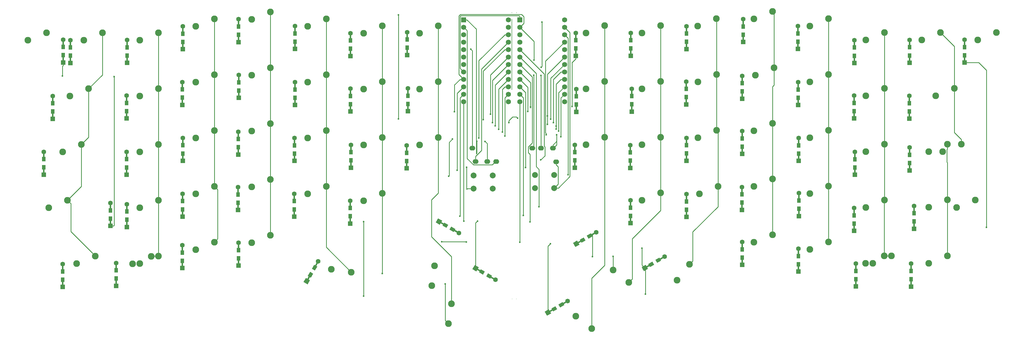
<source format=gbr>
G04 #@! TF.GenerationSoftware,KiCad,Pcbnew,(5.1.0)-1*
G04 #@! TF.CreationDate,2019-07-24T21:38:21-04:00*
G04 #@! TF.ProjectId,ogre,6f677265-2e6b-4696-9361-645f70636258,1.0*
G04 #@! TF.SameCoordinates,Original*
G04 #@! TF.FileFunction,Copper,L2,Bot*
G04 #@! TF.FilePolarity,Positive*
%FSLAX46Y46*%
G04 Gerber Fmt 4.6, Leading zero omitted, Abs format (unit mm)*
G04 Created by KiCad (PCBNEW (5.1.0)-1) date 2019-07-24 21:38:21*
%MOMM*%
%LPD*%
G04 APERTURE LIST*
%ADD10C,0.200000*%
%ADD11C,2.286000*%
%ADD12O,2.000000X1.600000*%
%ADD13C,1.752600*%
%ADD14R,1.752600X1.752600*%
%ADD15C,2.000000*%
%ADD16R,0.500000X2.900000*%
%ADD17R,1.600000X1.600000*%
%ADD18C,1.600000*%
%ADD19R,1.200000X1.600000*%
%ADD20C,0.500000*%
%ADD21C,0.100000*%
%ADD22C,1.200000*%
%ADD23C,0.600000*%
%ADD24C,0.250000*%
G04 APERTURE END LIST*
D10*
X201007594Y-38396334D02*
X201007594Y-30282445D01*
X201007594Y-54271334D02*
X201007594Y-38396334D01*
X201007594Y-40865779D02*
X201007594Y-40865779D01*
X201007594Y-30282445D02*
X201007594Y-30282445D01*
X201007594Y-54271334D02*
X201007594Y-54271334D01*
X201007594Y-54271334D02*
X201007594Y-54271334D01*
X202492913Y-125674004D02*
X202492913Y-125674004D01*
X201041446Y-125674004D02*
X201041446Y-125674004D01*
X201007594Y-28013226D02*
X201007594Y-28013226D01*
X202558128Y-28019944D02*
X202558128Y-28019944D01*
X201007594Y-28013226D02*
X201007594Y-28013226D01*
X202558128Y-27960311D02*
X202558128Y-27960311D01*
X201007594Y-27967030D02*
X201007594Y-27967030D01*
X202558128Y-27960311D02*
X202558128Y-27960311D01*
D11*
X245243000Y-73052000D03*
X251593000Y-70512000D03*
X50570000Y-56470000D03*
X56920000Y-53930000D03*
D12*
X210930000Y-74290000D03*
X207930000Y-74290000D03*
X214930000Y-74290000D03*
X216030000Y-78890000D03*
X192630000Y-78840000D03*
X195630000Y-78840000D03*
X188630000Y-78840000D03*
X187530000Y-74240000D03*
D11*
X342900000Y-75430000D03*
X349250000Y-72890000D03*
X169540000Y-54095000D03*
X175890000Y-51555000D03*
D13*
X199820000Y-30480000D03*
X184580000Y-58420000D03*
X199820000Y-33020000D03*
X199820000Y-35560000D03*
X199820000Y-38100000D03*
X199820000Y-40640000D03*
X199820000Y-43180000D03*
X199820000Y-45720000D03*
X199820000Y-48260000D03*
X199820000Y-50800000D03*
X199820000Y-53340000D03*
X199820000Y-55880000D03*
X199820000Y-58420000D03*
X184580000Y-55880000D03*
X184580000Y-53340000D03*
X184580000Y-50800000D03*
X184580000Y-48260000D03*
X184580000Y-45720000D03*
X184580000Y-43180000D03*
X184580000Y-40640000D03*
X184580000Y-38100000D03*
X184580000Y-35560000D03*
X184580000Y-33020000D03*
D14*
X184580000Y-30480000D03*
D11*
X48096000Y-75526000D03*
X54446000Y-72986000D03*
X179415295Y-134149557D03*
X180390591Y-127380295D03*
X174674705Y-114420443D03*
X173699409Y-121189705D03*
X93340000Y-32665000D03*
X99690000Y-30125000D03*
X74290000Y-37426000D03*
X80640000Y-34886000D03*
X55240000Y-37426000D03*
X61590000Y-34886000D03*
X36190000Y-37456000D03*
X42540000Y-34916000D03*
D13*
X218910000Y-30480000D03*
X203670000Y-58420000D03*
X218910000Y-33020000D03*
X218910000Y-35560000D03*
X218910000Y-38100000D03*
X218910000Y-40640000D03*
X218910000Y-43180000D03*
X218910000Y-45720000D03*
X218910000Y-48260000D03*
X218910000Y-50800000D03*
X218910000Y-53340000D03*
X218910000Y-55880000D03*
X218910000Y-58420000D03*
X203670000Y-55880000D03*
X203670000Y-53340000D03*
X203670000Y-50800000D03*
X203670000Y-48260000D03*
X203670000Y-45720000D03*
X203670000Y-43180000D03*
X203670000Y-40640000D03*
X203670000Y-38100000D03*
X203670000Y-35560000D03*
X203670000Y-33020000D03*
D14*
X203670000Y-30480000D03*
D15*
X215380000Y-83400000D03*
X215380000Y-87900000D03*
X208880000Y-83400000D03*
X208880000Y-87900000D03*
X194490000Y-83540000D03*
X194490000Y-88040000D03*
X187990000Y-83540000D03*
X187990000Y-88040000D03*
D11*
X71860000Y-113720000D03*
X78210000Y-111180000D03*
X323850000Y-113580000D03*
X330200000Y-111040000D03*
X342880000Y-94420000D03*
X349230000Y-91880000D03*
X359543000Y-37338000D03*
X365893000Y-34798000D03*
X352404000Y-94472000D03*
X358754000Y-91932000D03*
X321443000Y-94494000D03*
X327793000Y-91954000D03*
X74290000Y-94576000D03*
X80640000Y-92036000D03*
X43360000Y-94576000D03*
X49710000Y-92036000D03*
X112390000Y-30283000D03*
X118740000Y-27743000D03*
X131440000Y-32664000D03*
X137790000Y-30124000D03*
X150490000Y-35045000D03*
X156840000Y-32505000D03*
X169540000Y-35045000D03*
X175890000Y-32505000D03*
X226193000Y-34957000D03*
X232543000Y-32417000D03*
X245243000Y-34957000D03*
X251593000Y-32417000D03*
X264240000Y-32588000D03*
X270590000Y-30048000D03*
X283343000Y-30184000D03*
X289693000Y-27644000D03*
X302393000Y-32588000D03*
X308743000Y-30048000D03*
X321443000Y-37338000D03*
X327793000Y-34798000D03*
X340493000Y-37338000D03*
X346843000Y-34798000D03*
X74290000Y-56476000D03*
X80640000Y-53936000D03*
X93340000Y-51714000D03*
X99690000Y-49174000D03*
X112390000Y-49333000D03*
X118740000Y-46793000D03*
X131440000Y-51714000D03*
X137790000Y-49174000D03*
X150490000Y-54095000D03*
X156840000Y-51555000D03*
X226193000Y-54015000D03*
X232543000Y-51475000D03*
X245243000Y-54004000D03*
X251593000Y-51464000D03*
X264293000Y-51623000D03*
X270643000Y-49083000D03*
X283840000Y-49333000D03*
X290190000Y-46793000D03*
X302393000Y-51634000D03*
X308743000Y-49094000D03*
X321443000Y-56400000D03*
X327793000Y-53860000D03*
X345256000Y-56385000D03*
X351606000Y-53845000D03*
X74290000Y-75526000D03*
X80640000Y-72986000D03*
X93340000Y-70764000D03*
X99690000Y-68224000D03*
X112390000Y-68383000D03*
X118740000Y-65843000D03*
X131440000Y-70764000D03*
X137790000Y-68224000D03*
X150490000Y-73145000D03*
X156840000Y-70605000D03*
X169540000Y-73145000D03*
X175890000Y-70605000D03*
X226193000Y-73060000D03*
X232543000Y-70520000D03*
X264293000Y-70671000D03*
X270643000Y-68131000D03*
X283343000Y-68309000D03*
X289693000Y-65769000D03*
X302393000Y-70677000D03*
X308743000Y-68137000D03*
X321443000Y-75438000D03*
X327793000Y-72898000D03*
X347637000Y-75430000D03*
X353987000Y-72890000D03*
X93340000Y-89814000D03*
X99690000Y-87274000D03*
X112390000Y-87433000D03*
X118740000Y-84893000D03*
X131440000Y-89814000D03*
X137790000Y-87274000D03*
X150490000Y-92195000D03*
X156840000Y-89655000D03*
X245243000Y-92076000D03*
X251593000Y-89536000D03*
X264790000Y-89814000D03*
X271140000Y-87274000D03*
X283343000Y-87338000D03*
X289693000Y-84798000D03*
X302393000Y-89720000D03*
X308743000Y-87180000D03*
X52858000Y-113626000D03*
X59208000Y-111086000D03*
X74290000Y-113626000D03*
X80640000Y-111086000D03*
X93340000Y-108864000D03*
X99690000Y-106324000D03*
X112390000Y-106483000D03*
X118740000Y-103943000D03*
X139550443Y-115615295D03*
X146319705Y-116590591D03*
X222784705Y-131580443D03*
X228159409Y-135809705D03*
X235434705Y-115800443D03*
X240809409Y-120029705D03*
X257210443Y-119285295D03*
X261439705Y-113910591D03*
X283343000Y-106391000D03*
X289693000Y-103851000D03*
X302393000Y-108784000D03*
X308743000Y-106244000D03*
X321374000Y-113535000D03*
X327724000Y-110995000D03*
X342875000Y-113550000D03*
X349225000Y-111010000D03*
D16*
X64360000Y-99400000D03*
X64360000Y-94400000D03*
D17*
X64360000Y-100800000D03*
D18*
X64360000Y-93000000D03*
D19*
X64360000Y-95500000D03*
X64360000Y-98300000D03*
D20*
X189844936Y-115940000D03*
D21*
G36*
X191225673Y-116448494D02*
G01*
X190975673Y-116881506D01*
X188464199Y-115431506D01*
X188714199Y-114998494D01*
X191225673Y-116448494D01*
X191225673Y-116448494D01*
G37*
D20*
X194175064Y-118440000D03*
D21*
G36*
X195555801Y-118948494D02*
G01*
X195305801Y-119381506D01*
X192794327Y-117931506D01*
X193044327Y-117498494D01*
X195555801Y-118948494D01*
X195555801Y-118948494D01*
G37*
D18*
X188632501Y-115240000D03*
D21*
G36*
X189725321Y-114947180D02*
G01*
X188925321Y-116332820D01*
X187539681Y-115532820D01*
X188339681Y-114147180D01*
X189725321Y-114947180D01*
X189725321Y-114947180D01*
G37*
D18*
X195387499Y-119140000D03*
D22*
X193222436Y-117890000D03*
D21*
G36*
X194215256Y-117770385D02*
G01*
X193615256Y-118809615D01*
X192229616Y-118009615D01*
X192829616Y-116970385D01*
X194215256Y-117770385D01*
X194215256Y-117770385D01*
G37*
D22*
X190797564Y-116490000D03*
D21*
G36*
X191790384Y-116370385D02*
G01*
X191190384Y-117409615D01*
X189804744Y-116609615D01*
X190404744Y-115570385D01*
X191790384Y-116370385D01*
X191790384Y-116370385D01*
G37*
D20*
X131870000Y-118415064D03*
D21*
G36*
X132378494Y-117034327D02*
G01*
X132811506Y-117284327D01*
X131361506Y-119795801D01*
X130928494Y-119545801D01*
X132378494Y-117034327D01*
X132378494Y-117034327D01*
G37*
D20*
X134370000Y-114084936D03*
D21*
G36*
X134878494Y-112704199D02*
G01*
X135311506Y-112954199D01*
X133861506Y-115465673D01*
X133428494Y-115215673D01*
X134878494Y-112704199D01*
X134878494Y-112704199D01*
G37*
D18*
X131170000Y-119627499D03*
D21*
G36*
X130877180Y-118534679D02*
G01*
X132262820Y-119334679D01*
X131462820Y-120720319D01*
X130077180Y-119920319D01*
X130877180Y-118534679D01*
X130877180Y-118534679D01*
G37*
D18*
X135070000Y-112872501D03*
D22*
X133820000Y-115037564D03*
D21*
G36*
X133700385Y-114044744D02*
G01*
X134739615Y-114644744D01*
X133939615Y-116030384D01*
X132900385Y-115430384D01*
X133700385Y-114044744D01*
X133700385Y-114044744D01*
G37*
D22*
X132420000Y-117462436D03*
D21*
G36*
X132300385Y-116469616D02*
G01*
X133339615Y-117069616D01*
X132539615Y-118455256D01*
X131500385Y-117855256D01*
X132300385Y-116469616D01*
X132300385Y-116469616D01*
G37*
D16*
X50710000Y-43820000D03*
X50710000Y-38820000D03*
D17*
X50710000Y-45220000D03*
D18*
X50710000Y-37420000D03*
D19*
X50710000Y-39920000D03*
X50710000Y-42720000D03*
D16*
X69990000Y-43780000D03*
X69990000Y-38780000D03*
D17*
X69990000Y-45180000D03*
D18*
X69990000Y-37380000D03*
D19*
X69990000Y-39880000D03*
X69990000Y-42680000D03*
D16*
X88950000Y-39100000D03*
X88950000Y-34100000D03*
D17*
X88950000Y-40500000D03*
D18*
X88950000Y-32700000D03*
D19*
X88950000Y-35200000D03*
X88950000Y-38000000D03*
D16*
X107980000Y-36680000D03*
X107980000Y-31680000D03*
D17*
X107980000Y-38080000D03*
D18*
X107980000Y-30280000D03*
D19*
X107980000Y-32780000D03*
X107980000Y-35580000D03*
D16*
X127130000Y-39010000D03*
X127130000Y-34010000D03*
D17*
X127130000Y-40410000D03*
D18*
X127130000Y-32610000D03*
D19*
X127130000Y-35110000D03*
X127130000Y-37910000D03*
D16*
X146030000Y-41450000D03*
X146030000Y-36450000D03*
D17*
X146030000Y-42850000D03*
D18*
X146030000Y-35050000D03*
D19*
X146030000Y-37550000D03*
X146030000Y-40350000D03*
D16*
X165340000Y-41090000D03*
X165340000Y-36090000D03*
D17*
X165340000Y-42490000D03*
D18*
X165340000Y-34690000D03*
D19*
X165340000Y-37190000D03*
X165340000Y-39990000D03*
D16*
X222760000Y-41350000D03*
X222760000Y-36350000D03*
D17*
X222760000Y-42750000D03*
D18*
X222760000Y-34950000D03*
D19*
X222760000Y-37450000D03*
X222760000Y-40250000D03*
D16*
X241460000Y-41350000D03*
X241460000Y-36350000D03*
D17*
X241460000Y-42750000D03*
D18*
X241460000Y-34950000D03*
D19*
X241460000Y-37450000D03*
X241460000Y-40250000D03*
D16*
X260400000Y-39060000D03*
X260400000Y-34060000D03*
D17*
X260400000Y-40460000D03*
D18*
X260400000Y-32660000D03*
D19*
X260400000Y-35160000D03*
X260400000Y-37960000D03*
D16*
X279730000Y-36670000D03*
X279730000Y-31670000D03*
D17*
X279730000Y-38070000D03*
D18*
X279730000Y-30270000D03*
D19*
X279730000Y-32770000D03*
X279730000Y-35570000D03*
D16*
X317560000Y-43830000D03*
X317560000Y-38830000D03*
D17*
X317560000Y-45230000D03*
D18*
X317560000Y-37430000D03*
D19*
X317560000Y-39930000D03*
X317560000Y-42730000D03*
D16*
X336360000Y-43750000D03*
X336360000Y-38750000D03*
D17*
X336360000Y-45150000D03*
D18*
X336360000Y-37350000D03*
D19*
X336360000Y-39850000D03*
X336360000Y-42650000D03*
D16*
X44660000Y-62870000D03*
X44660000Y-57870000D03*
D17*
X44660000Y-64270000D03*
D18*
X44660000Y-56470000D03*
D19*
X44660000Y-58970000D03*
X44660000Y-61770000D03*
D16*
X69840000Y-62740000D03*
X69840000Y-57740000D03*
D17*
X69840000Y-64140000D03*
D18*
X69840000Y-56340000D03*
D19*
X69840000Y-58840000D03*
X69840000Y-61640000D03*
D16*
X88840000Y-58120000D03*
X88840000Y-53120000D03*
D17*
X88840000Y-59520000D03*
D18*
X88840000Y-51720000D03*
D19*
X88840000Y-54220000D03*
X88840000Y-57020000D03*
D16*
X108020000Y-55710000D03*
X108020000Y-50710000D03*
D17*
X108020000Y-57110000D03*
D18*
X108020000Y-49310000D03*
D19*
X108020000Y-51810000D03*
X108020000Y-54610000D03*
D16*
X127130000Y-58170000D03*
X127130000Y-53170000D03*
D17*
X127130000Y-59570000D03*
D18*
X127130000Y-51770000D03*
D19*
X127130000Y-54270000D03*
X127130000Y-57070000D03*
D16*
X146030000Y-60360000D03*
X146030000Y-55360000D03*
D17*
X146030000Y-61760000D03*
D18*
X146030000Y-53960000D03*
D19*
X146030000Y-56460000D03*
X146030000Y-59260000D03*
D16*
X165640000Y-60290000D03*
X165640000Y-55290000D03*
D17*
X165640000Y-61690000D03*
D18*
X165640000Y-53890000D03*
D19*
X165640000Y-56390000D03*
X165640000Y-59190000D03*
D16*
X222950000Y-60480000D03*
X222950000Y-55480000D03*
D17*
X222950000Y-61880000D03*
D18*
X222950000Y-54080000D03*
D19*
X222950000Y-56580000D03*
X222950000Y-59380000D03*
D16*
X241770000Y-60390000D03*
X241770000Y-55390000D03*
D17*
X241770000Y-61790000D03*
D18*
X241770000Y-53990000D03*
D19*
X241770000Y-56490000D03*
X241770000Y-59290000D03*
D16*
X260360000Y-57950000D03*
X260360000Y-52950000D03*
D17*
X260360000Y-59350000D03*
D18*
X260360000Y-51550000D03*
D19*
X260360000Y-54050000D03*
X260360000Y-56850000D03*
D16*
X279420000Y-56010000D03*
X279420000Y-51010000D03*
D17*
X279420000Y-57410000D03*
D18*
X279420000Y-49610000D03*
D19*
X279420000Y-52110000D03*
X279420000Y-54910000D03*
D16*
X298420000Y-58170000D03*
X298420000Y-53170000D03*
D17*
X298420000Y-59570000D03*
D18*
X298420000Y-51770000D03*
D19*
X298420000Y-54270000D03*
X298420000Y-57070000D03*
D16*
X317500000Y-62740000D03*
X317500000Y-57740000D03*
D17*
X317500000Y-64140000D03*
D18*
X317500000Y-56340000D03*
D19*
X317500000Y-58840000D03*
X317500000Y-61640000D03*
D16*
X336330000Y-62810000D03*
X336330000Y-57810000D03*
D17*
X336330000Y-64210000D03*
D18*
X336330000Y-56410000D03*
D19*
X336330000Y-58910000D03*
X336330000Y-61710000D03*
D16*
X41630000Y-81920000D03*
X41630000Y-76920000D03*
D17*
X41630000Y-83320000D03*
D18*
X41630000Y-75520000D03*
D19*
X41630000Y-78020000D03*
X41630000Y-80820000D03*
D16*
X69880000Y-81930000D03*
X69880000Y-76930000D03*
D17*
X69880000Y-83330000D03*
D18*
X69880000Y-75530000D03*
D19*
X69880000Y-78030000D03*
X69880000Y-80830000D03*
D16*
X88950000Y-77190000D03*
X88950000Y-72190000D03*
D17*
X88950000Y-78590000D03*
D18*
X88950000Y-70790000D03*
D19*
X88950000Y-73290000D03*
X88950000Y-76090000D03*
D16*
X107830000Y-75060000D03*
X107830000Y-70060000D03*
D17*
X107830000Y-76460000D03*
D18*
X107830000Y-68660000D03*
D19*
X107830000Y-71160000D03*
X107830000Y-73960000D03*
D16*
X126960000Y-77210000D03*
X126960000Y-72210000D03*
D17*
X126960000Y-78610000D03*
D18*
X126960000Y-70810000D03*
D19*
X126960000Y-73310000D03*
X126960000Y-76110000D03*
D16*
X146240000Y-79530000D03*
X146240000Y-74530000D03*
D17*
X146240000Y-80930000D03*
D18*
X146240000Y-73130000D03*
D19*
X146240000Y-75630000D03*
X146240000Y-78430000D03*
D16*
X165150000Y-79740000D03*
X165150000Y-74740000D03*
D17*
X165150000Y-81140000D03*
D18*
X165150000Y-73340000D03*
D19*
X165150000Y-75840000D03*
X165150000Y-78640000D03*
D16*
X222370000Y-79530000D03*
X222370000Y-74530000D03*
D17*
X222370000Y-80930000D03*
D18*
X222370000Y-73130000D03*
D19*
X222370000Y-75630000D03*
X222370000Y-78430000D03*
D16*
X241280000Y-79620000D03*
X241280000Y-74620000D03*
D17*
X241280000Y-81020000D03*
D18*
X241280000Y-73220000D03*
D19*
X241280000Y-75720000D03*
X241280000Y-78520000D03*
D16*
X260410000Y-77170000D03*
X260410000Y-72170000D03*
D17*
X260410000Y-78570000D03*
D18*
X260410000Y-70770000D03*
D19*
X260410000Y-73270000D03*
X260410000Y-76070000D03*
D16*
X279400000Y-74840000D03*
X279400000Y-69840000D03*
D17*
X279400000Y-76240000D03*
D18*
X279400000Y-68440000D03*
D19*
X279400000Y-70940000D03*
X279400000Y-73740000D03*
D16*
X298630000Y-77200000D03*
X298630000Y-72200000D03*
D17*
X298630000Y-78600000D03*
D18*
X298630000Y-70800000D03*
D19*
X298630000Y-73300000D03*
X298630000Y-76100000D03*
D16*
X317780000Y-81960000D03*
X317780000Y-76960000D03*
D17*
X317780000Y-83360000D03*
D18*
X317780000Y-75560000D03*
D19*
X317780000Y-78060000D03*
X317780000Y-80860000D03*
D16*
X336350000Y-80450000D03*
X336350000Y-75450000D03*
D17*
X336350000Y-81850000D03*
D18*
X336350000Y-74050000D03*
D19*
X336350000Y-76550000D03*
X336350000Y-79350000D03*
D16*
X69890000Y-99760000D03*
X69890000Y-94760000D03*
D17*
X69890000Y-101160000D03*
D18*
X69890000Y-93360000D03*
D19*
X69890000Y-95860000D03*
X69890000Y-98660000D03*
D16*
X88880000Y-96240000D03*
X88880000Y-91240000D03*
D17*
X88880000Y-97640000D03*
D18*
X88880000Y-89840000D03*
D19*
X88880000Y-92340000D03*
X88880000Y-95140000D03*
D16*
X107780000Y-93980000D03*
X107780000Y-88980000D03*
D17*
X107780000Y-95380000D03*
D18*
X107780000Y-87580000D03*
D19*
X107780000Y-90080000D03*
X107780000Y-92880000D03*
D16*
X126940000Y-96240000D03*
X126940000Y-91240000D03*
D17*
X126940000Y-97640000D03*
D18*
X126940000Y-89840000D03*
D19*
X126940000Y-92340000D03*
X126940000Y-95140000D03*
D16*
X145960000Y-98580000D03*
X145960000Y-93580000D03*
D17*
X145960000Y-99980000D03*
D18*
X145960000Y-92180000D03*
D19*
X145960000Y-94680000D03*
X145960000Y-97480000D03*
D16*
X48280000Y-43650000D03*
X48280000Y-38650000D03*
D17*
X48280000Y-45050000D03*
D18*
X48280000Y-37250000D03*
D19*
X48280000Y-39750000D03*
X48280000Y-42550000D03*
D16*
X355090000Y-43680000D03*
X355090000Y-38680000D03*
D17*
X355090000Y-45080000D03*
D18*
X355090000Y-37280000D03*
D19*
X355090000Y-39780000D03*
X355090000Y-42580000D03*
D16*
X241350000Y-98450000D03*
X241350000Y-93450000D03*
D17*
X241350000Y-99850000D03*
D18*
X241350000Y-92050000D03*
D19*
X241350000Y-94550000D03*
X241350000Y-97350000D03*
D16*
X260410000Y-96340000D03*
X260410000Y-91340000D03*
D17*
X260410000Y-97740000D03*
D18*
X260410000Y-89940000D03*
D19*
X260410000Y-92440000D03*
X260410000Y-95240000D03*
D16*
X279330000Y-93950000D03*
X279330000Y-88950000D03*
D17*
X279330000Y-95350000D03*
D18*
X279330000Y-87550000D03*
D19*
X279330000Y-90050000D03*
X279330000Y-92850000D03*
D16*
X298690000Y-96030000D03*
X298690000Y-91030000D03*
D17*
X298690000Y-97430000D03*
D18*
X298690000Y-89630000D03*
D19*
X298690000Y-92130000D03*
X298690000Y-94930000D03*
D16*
X317470000Y-101090000D03*
X317470000Y-96090000D03*
D17*
X317470000Y-102490000D03*
D18*
X317470000Y-94690000D03*
D19*
X317470000Y-97190000D03*
X317470000Y-99990000D03*
D16*
X337900000Y-100370000D03*
X337900000Y-95370000D03*
D17*
X337900000Y-101770000D03*
D18*
X337900000Y-93970000D03*
D19*
X337900000Y-96470000D03*
X337900000Y-99270000D03*
D16*
X48100000Y-120230000D03*
X48100000Y-115230000D03*
D17*
X48100000Y-121630000D03*
D18*
X48100000Y-113830000D03*
D19*
X48100000Y-116330000D03*
X48100000Y-119130000D03*
D16*
X66260000Y-119840000D03*
X66260000Y-114840000D03*
D17*
X66260000Y-121240000D03*
D18*
X66260000Y-113440000D03*
D19*
X66260000Y-115940000D03*
X66260000Y-118740000D03*
D16*
X88840000Y-113780000D03*
X88840000Y-108780000D03*
D17*
X88840000Y-115180000D03*
D18*
X88840000Y-107380000D03*
D19*
X88840000Y-109880000D03*
X88840000Y-112680000D03*
D16*
X107970000Y-112950000D03*
X107970000Y-107950000D03*
D17*
X107970000Y-114350000D03*
D18*
X107970000Y-106550000D03*
D19*
X107970000Y-109050000D03*
X107970000Y-111850000D03*
D20*
X177384936Y-100000000D03*
D21*
G36*
X178765673Y-100508494D02*
G01*
X178515673Y-100941506D01*
X176004199Y-99491506D01*
X176254199Y-99058494D01*
X178765673Y-100508494D01*
X178765673Y-100508494D01*
G37*
D20*
X181715064Y-102500000D03*
D21*
G36*
X183095801Y-103008494D02*
G01*
X182845801Y-103441506D01*
X180334327Y-101991506D01*
X180584327Y-101558494D01*
X183095801Y-103008494D01*
X183095801Y-103008494D01*
G37*
D18*
X176172501Y-99300000D03*
D21*
G36*
X177265321Y-99007180D02*
G01*
X176465321Y-100392820D01*
X175079681Y-99592820D01*
X175879681Y-98207180D01*
X177265321Y-99007180D01*
X177265321Y-99007180D01*
G37*
D18*
X182927499Y-103200000D03*
D22*
X180762436Y-101950000D03*
D21*
G36*
X181755256Y-101830385D02*
G01*
X181155256Y-102869615D01*
X179769616Y-102069615D01*
X180369616Y-101030385D01*
X181755256Y-101830385D01*
X181755256Y-101830385D01*
G37*
D22*
X178337564Y-100550000D03*
D21*
G36*
X179330384Y-100430385D02*
G01*
X178730384Y-101469615D01*
X177344744Y-100669615D01*
X177944744Y-99630385D01*
X179330384Y-100430385D01*
X179330384Y-100430385D01*
G37*
D20*
X214454936Y-129640000D03*
D21*
G36*
X215585673Y-128698494D02*
G01*
X215835673Y-129131506D01*
X213324199Y-130581506D01*
X213074199Y-130148494D01*
X215585673Y-128698494D01*
X215585673Y-128698494D01*
G37*
D20*
X218785064Y-127140000D03*
D21*
G36*
X219915801Y-126198494D02*
G01*
X220165801Y-126631506D01*
X217654327Y-128081506D01*
X217404327Y-127648494D01*
X219915801Y-126198494D01*
X219915801Y-126198494D01*
G37*
D18*
X213242501Y-130340000D03*
D21*
G36*
X213535321Y-129247180D02*
G01*
X214335321Y-130632820D01*
X212949681Y-131432820D01*
X212149681Y-130047180D01*
X213535321Y-129247180D01*
X213535321Y-129247180D01*
G37*
D18*
X219997499Y-126440000D03*
D22*
X217832436Y-127690000D03*
D21*
G36*
X218225256Y-126770385D02*
G01*
X218825256Y-127809615D01*
X217439616Y-128609615D01*
X216839616Y-127570385D01*
X218225256Y-126770385D01*
X218225256Y-126770385D01*
G37*
D22*
X215407564Y-129090000D03*
D21*
G36*
X215800384Y-128170385D02*
G01*
X216400384Y-129209615D01*
X215014744Y-130009615D01*
X214414744Y-128970385D01*
X215800384Y-128170385D01*
X215800384Y-128170385D01*
G37*
D20*
X224114936Y-106180000D03*
D21*
G36*
X225245673Y-105238494D02*
G01*
X225495673Y-105671506D01*
X222984199Y-107121506D01*
X222734199Y-106688494D01*
X225245673Y-105238494D01*
X225245673Y-105238494D01*
G37*
D20*
X228445064Y-103680000D03*
D21*
G36*
X229575801Y-102738494D02*
G01*
X229825801Y-103171506D01*
X227314327Y-104621506D01*
X227064327Y-104188494D01*
X229575801Y-102738494D01*
X229575801Y-102738494D01*
G37*
D18*
X222902501Y-106880000D03*
D21*
G36*
X223195321Y-105787180D02*
G01*
X223995321Y-107172820D01*
X222609681Y-107972820D01*
X221809681Y-106587180D01*
X223195321Y-105787180D01*
X223195321Y-105787180D01*
G37*
D18*
X229657499Y-102980000D03*
D22*
X227492436Y-104230000D03*
D21*
G36*
X227885256Y-103310385D02*
G01*
X228485256Y-104349615D01*
X227099616Y-105149615D01*
X226499616Y-104110385D01*
X227885256Y-103310385D01*
X227885256Y-103310385D01*
G37*
D22*
X225067564Y-105630000D03*
D21*
G36*
X225460384Y-104710385D02*
G01*
X226060384Y-105749615D01*
X224674744Y-106549615D01*
X224074744Y-105510385D01*
X225460384Y-104710385D01*
X225460384Y-104710385D01*
G37*
D20*
X247454936Y-114450000D03*
D21*
G36*
X248585673Y-113508494D02*
G01*
X248835673Y-113941506D01*
X246324199Y-115391506D01*
X246074199Y-114958494D01*
X248585673Y-113508494D01*
X248585673Y-113508494D01*
G37*
D20*
X251785064Y-111950000D03*
D21*
G36*
X252915801Y-111008494D02*
G01*
X253165801Y-111441506D01*
X250654327Y-112891506D01*
X250404327Y-112458494D01*
X252915801Y-111008494D01*
X252915801Y-111008494D01*
G37*
D18*
X246242501Y-115150000D03*
D21*
G36*
X246535321Y-114057180D02*
G01*
X247335321Y-115442820D01*
X245949681Y-116242820D01*
X245149681Y-114857180D01*
X246535321Y-114057180D01*
X246535321Y-114057180D01*
G37*
D18*
X252997499Y-111250000D03*
D22*
X250832436Y-112500000D03*
D21*
G36*
X251225256Y-111580385D02*
G01*
X251825256Y-112619615D01*
X250439616Y-113419615D01*
X249839616Y-112380385D01*
X251225256Y-111580385D01*
X251225256Y-111580385D01*
G37*
D22*
X248407564Y-113900000D03*
D21*
G36*
X248800384Y-112980385D02*
G01*
X249400384Y-114019615D01*
X248014744Y-114819615D01*
X247414744Y-113780385D01*
X248800384Y-112980385D01*
X248800384Y-112980385D01*
G37*
D16*
X279410000Y-112670000D03*
X279410000Y-107670000D03*
D17*
X279410000Y-114070000D03*
D18*
X279410000Y-106270000D03*
D19*
X279410000Y-108770000D03*
X279410000Y-111570000D03*
D16*
X298540000Y-114980000D03*
X298540000Y-109980000D03*
D17*
X298540000Y-116380000D03*
D18*
X298540000Y-108580000D03*
D19*
X298540000Y-111080000D03*
X298540000Y-113880000D03*
D16*
X318100000Y-120040000D03*
X318100000Y-115040000D03*
D17*
X318100000Y-121440000D03*
D18*
X318100000Y-113640000D03*
D19*
X318100000Y-116140000D03*
X318100000Y-118940000D03*
D16*
X336850000Y-120070000D03*
X336850000Y-115070000D03*
D17*
X336850000Y-121470000D03*
D18*
X336850000Y-113670000D03*
D19*
X336850000Y-116170000D03*
X336850000Y-118970000D03*
D16*
X298320000Y-39040000D03*
X298320000Y-34040000D03*
D17*
X298320000Y-40440000D03*
D18*
X298320000Y-32640000D03*
D19*
X298320000Y-35140000D03*
X298320000Y-37940000D03*
D23*
X210930000Y-49490000D03*
X210950000Y-46660000D03*
X211249999Y-31279999D03*
X207320000Y-60240000D03*
X221470000Y-60070000D03*
X181470000Y-61780000D03*
X208460000Y-49340000D03*
X208510000Y-44210000D03*
X206410000Y-61770000D03*
X182380000Y-81780000D03*
X210840000Y-78280000D03*
X205604999Y-80835001D03*
X48030000Y-49620000D03*
X65610000Y-49890000D03*
X183290000Y-97490000D03*
X210230000Y-94210000D03*
X362519001Y-101249001D03*
X204871301Y-97248699D03*
X150500000Y-99300000D03*
X150530000Y-124690000D03*
X189270000Y-99120000D03*
X184620000Y-99120000D03*
X207170000Y-99420000D03*
X178272296Y-120612296D03*
X214090000Y-106880000D03*
X203670000Y-106360000D03*
X246470000Y-124010000D03*
X245237890Y-108387890D03*
X235434705Y-111174705D03*
X228445064Y-111295064D03*
X191260000Y-64560000D03*
X162370000Y-64270000D03*
X162370000Y-28810000D03*
X213084999Y-66155001D03*
X193669990Y-62630010D03*
X213070000Y-63300000D03*
X214220000Y-64340000D03*
X194390000Y-65510000D03*
X200010000Y-65510000D03*
X202970000Y-64010000D03*
X215150000Y-65530000D03*
X195360000Y-66660000D03*
X177100000Y-106190000D03*
X185470000Y-106310000D03*
X216080000Y-66730000D03*
X196510000Y-67800000D03*
X216090000Y-67790000D03*
X156840000Y-117010000D03*
X216910000Y-68440000D03*
X197750000Y-68760000D03*
X217708699Y-70371301D03*
X198618699Y-70111301D03*
X187000000Y-40520000D03*
X185600000Y-80810000D03*
X216220000Y-69690000D03*
X212700000Y-69690000D03*
X189750000Y-70810000D03*
X180780000Y-71160000D03*
X179460000Y-83830000D03*
X220111301Y-83298699D03*
X191885000Y-71955000D03*
X189030000Y-71890000D03*
D24*
X183703701Y-47383701D02*
X184580000Y-48260000D01*
X183378699Y-47058699D02*
X183703701Y-47383701D01*
X183378699Y-29343699D02*
X183378699Y-47058699D01*
X183627742Y-29094656D02*
X183378699Y-29343699D01*
X203410956Y-29094656D02*
X183627742Y-29094656D01*
X203670000Y-29353700D02*
X203410956Y-29094656D01*
X203670000Y-30480000D02*
X203670000Y-29353700D01*
X210930000Y-74290000D02*
X210930000Y-49490000D01*
X210930000Y-49490000D02*
X210930000Y-49490000D01*
X211249999Y-46360001D02*
X211249999Y-31279999D01*
X210950000Y-46660000D02*
X211249999Y-46360001D01*
X211249999Y-31279999D02*
X211150000Y-31180000D01*
X211249999Y-31279999D02*
X211249999Y-31279999D01*
X203670000Y-48260000D02*
X207320000Y-51910000D01*
X207320000Y-51910000D02*
X207320000Y-60240000D01*
X207320000Y-60240000D02*
X207320000Y-60530000D01*
X222760000Y-43800000D02*
X222760000Y-42750000D01*
X221379999Y-45180001D02*
X222760000Y-43800000D01*
X222760000Y-43800000D02*
X221470000Y-45090000D01*
X221470000Y-45090000D02*
X221470000Y-60070000D01*
X221470000Y-60070000D02*
X221470000Y-60070000D01*
X183340725Y-50800000D02*
X181470000Y-52670725D01*
X184580000Y-50800000D02*
X183340725Y-50800000D01*
X181470000Y-52670725D02*
X181470000Y-61780000D01*
X181470000Y-61780000D02*
X181470000Y-61780000D01*
X183703701Y-49923701D02*
X184580000Y-50800000D01*
X182928689Y-49148689D02*
X183703701Y-49923701D01*
X182928689Y-29157299D02*
X182928689Y-49148689D01*
X183441341Y-28644647D02*
X182928689Y-29157299D01*
X204264646Y-28644646D02*
X183441341Y-28644647D01*
X205018547Y-29398547D02*
X204264646Y-28644646D01*
X205018547Y-31671453D02*
X205018547Y-29398547D01*
X203670000Y-33020000D02*
X205018547Y-31671453D01*
X207970000Y-74290000D02*
X208460000Y-73800000D01*
X207930000Y-74290000D02*
X207970000Y-74290000D01*
X208460000Y-73800000D02*
X208460000Y-49340000D01*
X208460000Y-49340000D02*
X208460000Y-49340000D01*
X208510000Y-37860000D02*
X203670000Y-33020000D01*
X208510000Y-44210000D02*
X208510000Y-37860000D01*
X203670000Y-50800000D02*
X206410000Y-53540000D01*
X206410000Y-53540000D02*
X206410000Y-61770000D01*
X206410000Y-61770000D02*
X206410000Y-61770000D01*
X184580000Y-53340000D02*
X182380000Y-55540000D01*
X182380000Y-55540000D02*
X182380000Y-81780000D01*
X182380000Y-81780000D02*
X182380000Y-81780000D01*
X212255010Y-73824006D02*
X212255010Y-76864990D01*
X211994989Y-73563985D02*
X212255010Y-73824006D01*
X203670000Y-40640000D02*
X211994989Y-48964989D01*
X211994989Y-48964989D02*
X211994989Y-73563985D01*
X212255010Y-76864990D02*
X210840000Y-78280000D01*
X210840000Y-78280000D02*
X210840000Y-78280000D01*
X205604999Y-55274999D02*
X205604999Y-80835001D01*
X203670000Y-53340000D02*
X205604999Y-55274999D01*
X205604999Y-80835001D02*
X205604999Y-80835001D01*
X48280000Y-46100000D02*
X48030000Y-46350000D01*
X48280000Y-45050000D02*
X48280000Y-46100000D01*
X48030000Y-46350000D02*
X48030000Y-49620000D01*
X65410000Y-100800000D02*
X65610000Y-100600000D01*
X64360000Y-100800000D02*
X65410000Y-100800000D01*
X65610000Y-100600000D02*
X65610000Y-49890000D01*
X65610000Y-49750000D02*
X65480000Y-49620000D01*
X65480000Y-49620000D02*
X65480000Y-49620000D01*
X48030000Y-49620000D02*
X48030000Y-49620000D01*
X65610000Y-49890000D02*
X65610000Y-49750000D01*
X183378699Y-57081301D02*
X183378699Y-97401301D01*
X184580000Y-55880000D02*
X183378699Y-57081301D01*
X183378699Y-97401301D02*
X183290000Y-97490000D01*
X183290000Y-97490000D02*
X183290000Y-97490000D01*
X209255010Y-80554990D02*
X210230000Y-81529980D01*
X203670000Y-43180000D02*
X209255010Y-48765010D01*
X209255010Y-48765010D02*
X209255010Y-80554990D01*
X210230000Y-81529980D02*
X210230000Y-94210000D01*
X210230000Y-94210000D02*
X210230000Y-94210000D01*
X355090000Y-45080000D02*
X359910000Y-45080000D01*
X362519001Y-47689001D02*
X362519001Y-101249001D01*
X359910000Y-45080000D02*
X362519001Y-47689001D01*
X362519001Y-101249001D02*
X362519001Y-101249001D01*
X204871301Y-57081301D02*
X204871301Y-97248699D01*
X203670000Y-55880000D02*
X204871301Y-57081301D01*
X204871301Y-97248699D02*
X204871301Y-97248699D01*
X150530000Y-99330000D02*
X150500000Y-99300000D01*
X150530000Y-124690000D02*
X150530000Y-99330000D01*
X188970001Y-99419999D02*
X189270000Y-99120000D01*
X188632501Y-99757499D02*
X188970001Y-99419999D01*
X188632501Y-115240000D02*
X188632501Y-99757499D01*
X184580000Y-58420000D02*
X184580000Y-99000000D01*
X206604990Y-75791988D02*
X207170000Y-76356998D01*
X206604990Y-73824006D02*
X206604990Y-75791988D01*
X207945001Y-72483995D02*
X206604990Y-73824006D01*
X203670000Y-45720000D02*
X207945001Y-49995001D01*
X207945001Y-49995001D02*
X207945001Y-72483995D01*
X207170000Y-76356998D02*
X207170000Y-99420000D01*
X207170000Y-99420000D02*
X207170000Y-99420000D01*
X178272296Y-133006558D02*
X178272296Y-120612296D01*
X179415295Y-134149557D02*
X178272296Y-133006558D01*
X178272296Y-120612296D02*
X178272296Y-120612296D01*
X213242501Y-107727499D02*
X213242501Y-130340000D01*
X214090000Y-106880000D02*
X213242501Y-107727499D01*
X203670000Y-58420000D02*
X203670000Y-106360000D01*
X203670000Y-106360000D02*
X203670000Y-106360000D01*
X246470000Y-115377499D02*
X246242501Y-115150000D01*
X246470000Y-124010000D02*
X246470000Y-115377499D01*
X245237890Y-114145389D02*
X245237890Y-108387890D01*
X246242501Y-115150000D02*
X245237890Y-114145389D01*
X235434705Y-115800443D02*
X235434705Y-111174705D01*
X228445064Y-103680000D02*
X228445064Y-111295064D01*
X235434705Y-111174705D02*
X235434705Y-111174705D01*
X228445064Y-111295064D02*
X228445064Y-111295064D01*
X54446000Y-87300000D02*
X49710000Y-92036000D01*
X54446000Y-72986000D02*
X54446000Y-87300000D01*
X58065001Y-109943001D02*
X59208000Y-111086000D01*
X50852999Y-102730999D02*
X58065001Y-109943001D01*
X50852999Y-93178999D02*
X50852999Y-102730999D01*
X49710000Y-92036000D02*
X50852999Y-93178999D01*
X61590000Y-49260000D02*
X56920000Y-53930000D01*
X61590000Y-34886000D02*
X61590000Y-49260000D01*
X56920000Y-70512000D02*
X54446000Y-72986000D01*
X56920000Y-53930000D02*
X56920000Y-70512000D01*
X351606000Y-39561000D02*
X346843000Y-34798000D01*
X351606000Y-53845000D02*
X351606000Y-39561000D01*
X351606000Y-55461446D02*
X351606000Y-53845000D01*
X351606000Y-68892554D02*
X351606000Y-55461446D01*
X353987000Y-71273554D02*
X351606000Y-68892554D01*
X353987000Y-72890000D02*
X353987000Y-71273554D01*
X349250000Y-74506446D02*
X349250000Y-72890000D01*
X349105001Y-74651445D02*
X349250000Y-74506446D01*
X349105001Y-79059975D02*
X349105001Y-74651445D01*
X349230000Y-79184974D02*
X349105001Y-79059975D01*
X349230000Y-91880000D02*
X349230000Y-79184974D01*
X349225000Y-91885000D02*
X349230000Y-91880000D01*
X349225000Y-111010000D02*
X349225000Y-91885000D01*
X198580725Y-40640000D02*
X191260000Y-47960725D01*
X199820000Y-40640000D02*
X198580725Y-40640000D01*
X191260000Y-47960725D02*
X191260000Y-64560000D01*
X191260000Y-64560000D02*
X191260000Y-64560000D01*
X162370000Y-64270000D02*
X162370000Y-28810000D01*
X162370000Y-28810000D02*
X162370000Y-28810000D01*
X80640000Y-40857974D02*
X80640000Y-53936000D01*
X80640000Y-34886000D02*
X80640000Y-40857974D01*
X80640000Y-72986000D02*
X80640000Y-53936000D01*
X80640000Y-92036000D02*
X80640000Y-72986000D01*
X78304000Y-111086000D02*
X78210000Y-111180000D01*
X80640000Y-111086000D02*
X78304000Y-111086000D01*
X80640000Y-111086000D02*
X80640000Y-92036000D01*
X327724000Y-92023000D02*
X327793000Y-91954000D01*
X327724000Y-110995000D02*
X327724000Y-92023000D01*
X327793000Y-91954000D02*
X327793000Y-72898000D01*
X327793000Y-71281554D02*
X327793000Y-53860000D01*
X327793000Y-72898000D02*
X327793000Y-71281554D01*
X327793000Y-52243554D02*
X327793000Y-34798000D01*
X327793000Y-53860000D02*
X327793000Y-52243554D01*
X327769000Y-111040000D02*
X327724000Y-110995000D01*
X330200000Y-111040000D02*
X327769000Y-111040000D01*
X218910000Y-43180000D02*
X213070000Y-49020000D01*
X213070000Y-49020000D02*
X213070000Y-63300000D01*
X213070000Y-63300000D02*
X213070000Y-63300000D01*
X198943701Y-44056299D02*
X199820000Y-43180000D01*
X193669990Y-49330010D02*
X198943701Y-44056299D01*
X193669990Y-62630010D02*
X193669990Y-62630010D01*
X213070000Y-66140002D02*
X213084999Y-66155001D01*
X213070000Y-63300000D02*
X213070000Y-66140002D01*
X193669990Y-62630010D02*
X193669990Y-49330010D01*
X213070000Y-63300000D02*
X213070000Y-63300000D01*
X100832999Y-88416999D02*
X99690000Y-87274000D01*
X100832999Y-105181001D02*
X100832999Y-88416999D01*
X99690000Y-106324000D02*
X100832999Y-105181001D01*
X99690000Y-87274000D02*
X99690000Y-68224000D01*
X99690000Y-68224000D02*
X99690000Y-49174000D01*
X99690000Y-49174000D02*
X99690000Y-30125000D01*
X308743000Y-106244000D02*
X308743000Y-87180000D01*
X308743000Y-72325026D02*
X308743000Y-68137000D01*
X308743000Y-87180000D02*
X308743000Y-72325026D01*
X308743000Y-68137000D02*
X308743000Y-49094000D01*
X308743000Y-49094000D02*
X308743000Y-30048000D01*
X218910000Y-45720000D02*
X214220000Y-50410000D01*
X214220000Y-50410000D02*
X214220000Y-64340000D01*
X214220000Y-64340000D02*
X214220000Y-64340000D01*
X194390000Y-65510000D02*
X194390000Y-65085736D01*
X194390000Y-51150000D02*
X199820000Y-45720000D01*
X194390000Y-65510000D02*
X194390000Y-51150000D01*
X201255211Y-63596271D02*
X202556271Y-63596271D01*
X200010000Y-65510000D02*
X200010000Y-64841482D01*
X200010000Y-64841482D02*
X201255211Y-63596271D01*
X202556271Y-63596271D02*
X202970000Y-64010000D01*
X202970000Y-64010000D02*
X202970000Y-64010000D01*
X118740000Y-103943000D02*
X118740000Y-84893000D01*
X118740000Y-70031026D02*
X118740000Y-65843000D01*
X118740000Y-84893000D02*
X118740000Y-70031026D01*
X118740000Y-65843000D02*
X118740000Y-46793000D01*
X118740000Y-31931026D02*
X118740000Y-27743000D01*
X118740000Y-46793000D02*
X118740000Y-31931026D01*
X289693000Y-103851000D02*
X289693000Y-84798000D01*
X289693000Y-83181554D02*
X289693000Y-65769000D01*
X289693000Y-84798000D02*
X289693000Y-83181554D01*
X290190000Y-48409446D02*
X290190000Y-46793000D01*
X290190000Y-52764974D02*
X290190000Y-48409446D01*
X289693000Y-53261974D02*
X290190000Y-52764974D01*
X289693000Y-65769000D02*
X289693000Y-53261974D01*
X290190000Y-28141000D02*
X289693000Y-27644000D01*
X290190000Y-46793000D02*
X290190000Y-28141000D01*
X217670725Y-48260000D02*
X215150000Y-50780725D01*
X218910000Y-48260000D02*
X217670725Y-48260000D01*
X215150000Y-50780725D02*
X215150000Y-65530000D01*
X215150000Y-65530000D02*
X215150000Y-65530000D01*
X199820000Y-48260000D02*
X195360000Y-52720000D01*
X195360000Y-52720000D02*
X195360000Y-66660000D01*
X195360000Y-66660000D02*
X195360000Y-66660000D01*
X177100000Y-106190000D02*
X185350000Y-106190000D01*
X185350000Y-106190000D02*
X185470000Y-106310000D01*
X185470000Y-106310000D02*
X185470000Y-106310000D01*
X137790000Y-108060886D02*
X137790000Y-87274000D01*
X146319705Y-116590591D02*
X137790000Y-108060886D01*
X137790000Y-68224000D02*
X137790000Y-87274000D01*
X137790000Y-68224000D02*
X137790000Y-49174000D01*
X137790000Y-34477002D02*
X137790000Y-49174000D01*
X137790000Y-30124000D02*
X137790000Y-34477002D01*
X271140000Y-88890446D02*
X271140000Y-87274000D01*
X271140000Y-94210000D02*
X271140000Y-88890446D01*
X262582704Y-102767296D02*
X271140000Y-94210000D01*
X262582704Y-112767592D02*
X262582704Y-102767296D01*
X261439705Y-113910591D02*
X262582704Y-112767592D01*
X271140000Y-68628000D02*
X270643000Y-68131000D01*
X271140000Y-87274000D02*
X271140000Y-68628000D01*
X270643000Y-68131000D02*
X270643000Y-49083000D01*
X270643000Y-30101000D02*
X270590000Y-30048000D01*
X270643000Y-49083000D02*
X270643000Y-30101000D01*
X217670725Y-50800000D02*
X216080000Y-52390725D01*
X218910000Y-50800000D02*
X217670725Y-50800000D01*
X216080000Y-52390725D02*
X216080000Y-66730000D01*
X216080000Y-66730000D02*
X216080000Y-66730000D01*
X199820000Y-50800000D02*
X196510000Y-54110000D01*
X196510000Y-54110000D02*
X196510000Y-67800000D01*
X196510000Y-67800000D02*
X196510000Y-67800000D01*
X216080000Y-67154264D02*
X216090000Y-67164264D01*
X216080000Y-66730000D02*
X216080000Y-67154264D01*
X216090000Y-67164264D02*
X216090000Y-67790000D01*
X216090000Y-67790000D02*
X216090000Y-67790000D01*
X156840000Y-34121446D02*
X156840000Y-51555000D01*
X156840000Y-32505000D02*
X156840000Y-34121446D01*
X156840000Y-55743026D02*
X156840000Y-51555000D01*
X156840000Y-70605000D02*
X156840000Y-55743026D01*
X156840000Y-88038554D02*
X156840000Y-70605000D01*
X156840000Y-89655000D02*
X156840000Y-88038554D01*
X156840000Y-89655000D02*
X156840000Y-117010000D01*
X156840000Y-117010000D02*
X156840000Y-117010000D01*
X251593000Y-89536000D02*
X251593000Y-70512000D01*
X251593000Y-70512000D02*
X251593000Y-51464000D01*
X251593000Y-36605026D02*
X251593000Y-32417000D01*
X251593000Y-51464000D02*
X251593000Y-36605026D01*
X251593000Y-91152446D02*
X251593000Y-89536000D01*
X251593000Y-95507974D02*
X251593000Y-91152446D01*
X241952408Y-105148566D02*
X251593000Y-95507974D01*
X241952408Y-118886706D02*
X241952408Y-105148566D01*
X240809409Y-120029705D02*
X241952408Y-118886706D01*
X218910000Y-53340000D02*
X216910000Y-55340000D01*
X216910000Y-55340000D02*
X216910000Y-68440000D01*
X216910000Y-68440000D02*
X216910000Y-68440000D01*
X198580725Y-53340000D02*
X197750000Y-54170725D01*
X199820000Y-53340000D02*
X198580725Y-53340000D01*
X197750000Y-54170725D02*
X197750000Y-68760000D01*
X197750000Y-68760000D02*
X197750000Y-68760000D01*
X175890000Y-70605000D02*
X175890000Y-51555000D01*
X175890000Y-51555000D02*
X175890000Y-32505000D01*
X175890000Y-89630000D02*
X175890000Y-70605000D01*
X173630000Y-91890000D02*
X175890000Y-89630000D01*
X173630000Y-104530000D02*
X173630000Y-91890000D01*
X180390591Y-127380295D02*
X180390591Y-111290591D01*
X180390591Y-111290591D02*
X173630000Y-104530000D01*
X232543000Y-32417000D02*
X232543000Y-51475000D01*
X232543000Y-51475000D02*
X232543000Y-70520000D01*
X228159409Y-134193259D02*
X228159409Y-135809705D01*
X228159409Y-118598180D02*
X228159409Y-134193259D01*
X232543000Y-114214589D02*
X228159409Y-118598180D01*
X232543000Y-70520000D02*
X232543000Y-114214589D01*
X217708699Y-57081301D02*
X217708699Y-70371301D01*
X218910000Y-55880000D02*
X217708699Y-57081301D01*
X217708699Y-70371301D02*
X217708699Y-70371301D01*
X198618699Y-57081301D02*
X198618699Y-70111301D01*
X199820000Y-55880000D02*
X198618699Y-57081301D01*
X198618699Y-70111301D02*
X198618699Y-70111301D01*
X187530000Y-41050000D02*
X187530000Y-74240000D01*
X187000000Y-40520000D02*
X187530000Y-41050000D01*
X185850000Y-88040000D02*
X187990000Y-88040000D01*
X185600000Y-80810000D02*
X185600000Y-88290000D01*
X185600000Y-88290000D02*
X185850000Y-88040000D01*
X216030000Y-79940000D02*
X216030000Y-78890000D01*
X216705001Y-80615001D02*
X216030000Y-79940000D01*
X216705001Y-86574999D02*
X216705001Y-80615001D01*
X215380000Y-87900000D02*
X216705001Y-86574999D01*
X216794213Y-87900000D02*
X215380000Y-87900000D01*
X220736302Y-83957911D02*
X216794213Y-87900000D01*
X220736302Y-34846302D02*
X220736302Y-83957911D01*
X218910000Y-33020000D02*
X220736302Y-34846302D01*
X214930000Y-73240000D02*
X216185000Y-71985000D01*
X214930000Y-74290000D02*
X214930000Y-73240000D01*
X216185000Y-69655000D02*
X216220000Y-69690000D01*
X216220000Y-69690000D02*
X216230000Y-69700000D01*
X212444999Y-44565001D02*
X218910000Y-38100000D01*
X212444999Y-69010735D02*
X212444999Y-44565001D01*
X212700000Y-69265736D02*
X212444999Y-69010735D01*
X212700000Y-69690000D02*
X212700000Y-69265736D01*
X215130000Y-74290000D02*
X214930000Y-74290000D01*
X216220000Y-73200000D02*
X215130000Y-74290000D01*
X216220000Y-69690000D02*
X216220000Y-73200000D01*
X198943701Y-38976299D02*
X199820000Y-38100000D01*
X190634999Y-47285001D02*
X198943701Y-38976299D01*
X190634999Y-75061999D02*
X190634999Y-47285001D01*
X188630000Y-77066998D02*
X190634999Y-75061999D01*
X188630000Y-78840000D02*
X188630000Y-77066998D01*
X198580725Y-35560000D02*
X189750000Y-44390725D01*
X199820000Y-35560000D02*
X198580725Y-35560000D01*
X189750000Y-44390725D02*
X189750000Y-70810000D01*
X189750000Y-70810000D02*
X189750000Y-70810000D01*
X179655001Y-72284999D02*
X179655001Y-83634999D01*
X180780000Y-71160000D02*
X179655001Y-72284999D01*
X179655001Y-83634999D02*
X179460000Y-83830000D01*
X179460000Y-83830000D02*
X179460000Y-83830000D01*
X220111301Y-36761301D02*
X220111301Y-83298699D01*
X218910000Y-35560000D02*
X220111301Y-36761301D01*
X220111301Y-83298699D02*
X220111301Y-83298699D01*
X185456299Y-33896299D02*
X184580000Y-33020000D01*
X185781301Y-77782305D02*
X185781301Y-34221301D01*
X187964006Y-79965010D02*
X185781301Y-77782305D01*
X185781301Y-34221301D02*
X185456299Y-33896299D01*
X194304990Y-79965010D02*
X187964006Y-79965010D01*
X195430000Y-78840000D02*
X194304990Y-79965010D01*
X195630000Y-78840000D02*
X195430000Y-78840000D01*
X192630000Y-78840000D02*
X192630000Y-72700000D01*
X192630000Y-72700000D02*
X191885000Y-71955000D01*
X191885000Y-71955000D02*
X191820000Y-71890000D01*
X185706300Y-30480000D02*
X184580000Y-30480000D01*
X188855010Y-33628710D02*
X185706300Y-30480000D01*
X188855010Y-76205578D02*
X188855010Y-33628710D01*
X189030000Y-76030588D02*
X188855010Y-76205578D01*
X189030000Y-71890000D02*
X189030000Y-76030588D01*
M02*

</source>
